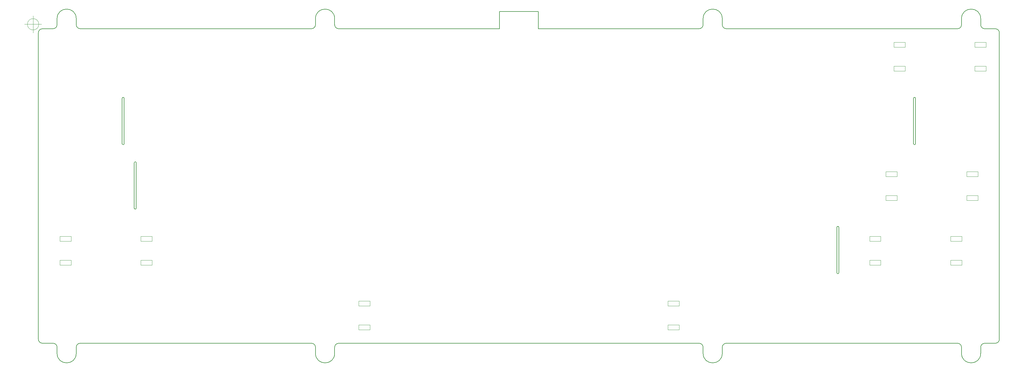
<source format=gbr>
G04 #@! TF.GenerationSoftware,KiCad,Pcbnew,(5.1.5)-3*
G04 #@! TF.CreationDate,2020-11-11T21:52:05+01:00*
G04 #@! TF.ProjectId,keyboard,6b657962-6f61-4726-942e-6b696361645f,rev?*
G04 #@! TF.SameCoordinates,Original*
G04 #@! TF.FileFunction,Profile,NP*
%FSLAX46Y46*%
G04 Gerber Fmt 4.6, Leading zero omitted, Abs format (unit mm)*
G04 Created by KiCad (PCBNEW (5.1.5)-3) date 2020-11-11 21:52:05*
%MOMM*%
%LPD*%
G04 APERTURE LIST*
%ADD10C,0.150000*%
%ADD11C,0.120000*%
%ADD12C,0.100000*%
G04 APERTURE END LIST*
D10*
X278690000Y-96901250D02*
G75*
G02X273052000Y-96901250I-2819000J0D01*
G01*
X202690000Y-96901250D02*
G75*
G02X197052000Y-96901250I-2819000J0D01*
G01*
X88690000Y-96901250D02*
G75*
G02X83052000Y-96901250I-2819000J0D01*
G01*
X12690000Y-96901250D02*
G75*
G02X7052000Y-96901250I-2819000J0D01*
G01*
X7052000Y1661250D02*
G75*
G02X12690000Y1661250I2819000J0D01*
G01*
X83052000Y1661250D02*
G75*
G02X88690000Y1661250I2819000J0D01*
G01*
X197052000Y1661250D02*
G75*
G02X202690000Y1661250I2819000J0D01*
G01*
X273052000Y1661250D02*
G75*
G02X278690000Y1661250I2819000J0D01*
G01*
X81864500Y-93932500D02*
G75*
G02X83052000Y-95120000I0J-1187500D01*
G01*
X12690000Y1661250D02*
X12690000Y-120000D01*
X13877500Y-1307500D02*
G75*
G02X12690000Y-120000I0J1187500D01*
G01*
X135746000Y-1307500D02*
X137160000Y-1307500D01*
X284183500Y-2495000D02*
X284183500Y-92745000D01*
X197052000Y-120000D02*
G75*
G02X195864500Y-1307500I-1187500J0D01*
G01*
X83052000Y-96901250D02*
X83052000Y-95120000D01*
X278690000Y1661250D02*
X278690000Y-120000D01*
X279877500Y-1307500D02*
X282996000Y-1307500D01*
X203877500Y-1307500D02*
X271862500Y-1307500D01*
X279877500Y-1307500D02*
G75*
G02X278690000Y-120000I0J1187500D01*
G01*
X273050000Y-120000D02*
G75*
G02X271862500Y-1307500I-1187500J0D01*
G01*
X149996000Y-1307500D02*
X148590000Y-1310000D01*
X5864500Y-1307500D02*
X2746000Y-1307500D01*
X279877500Y-93932500D02*
X282996000Y-93932500D01*
X1558500Y-2495000D02*
X1558500Y-92745000D01*
X282996000Y-1307500D02*
G75*
G02X284183500Y-2495000I0J-1187500D01*
G01*
X89877500Y-1307500D02*
G75*
G02X88690000Y-120000I0J1187500D01*
G01*
X83052000Y-120000D02*
G75*
G02X81864500Y-1307500I-1187500J0D01*
G01*
X278690000Y-95120000D02*
G75*
G02X279877500Y-93932500I1187500J0D01*
G01*
X137160000Y-120000D02*
X137160000Y3759200D01*
X202690000Y1661250D02*
X202690000Y-120000D01*
X148590000Y3759200D02*
X137160000Y3759200D01*
X195864500Y-93932500D02*
G75*
G02X197052000Y-95120000I0J-1187500D01*
G01*
X135746000Y-1307500D02*
X89877500Y-1307500D01*
X195864500Y-93932500D02*
X89877500Y-93932500D01*
X202690000Y-95120000D02*
G75*
G02X203877500Y-93932500I1187500J0D01*
G01*
X202690000Y-96901250D02*
X202690000Y-95120000D01*
X271862500Y-93932500D02*
G75*
G02X273050000Y-95120000I0J-1187500D01*
G01*
X197052000Y1661250D02*
X197052000Y-120000D01*
X88690000Y-95120000D02*
G75*
G02X89877500Y-93932500I1187500J0D01*
G01*
X195864500Y-1307500D02*
X149996000Y-1307500D01*
X13877500Y-93932500D02*
X81864500Y-93932500D01*
X197052000Y-96901250D02*
X197052000Y-95120000D01*
X88690000Y1661250D02*
X88690000Y-120000D01*
X12690000Y-96901250D02*
X12690000Y-95120000D01*
X7052000Y-96901250D02*
X7052000Y-95120000D01*
X273050000Y-96901250D02*
X273050000Y-95120000D01*
X83052000Y1661250D02*
X83052000Y-120000D01*
X284183500Y-92745000D02*
G75*
G02X282996000Y-93932500I-1187500J0D01*
G01*
X137160000Y-1307500D02*
X137160000Y-120000D01*
X1558500Y-2495000D02*
G75*
G02X2746000Y-1307500I1187500J0D01*
G01*
X203877500Y-1307500D02*
G75*
G02X202690000Y-120000I0J1187500D01*
G01*
X88690000Y-96901250D02*
X88690000Y-95120000D01*
X278690000Y-96901250D02*
X278690000Y-95120000D01*
X273050000Y1661250D02*
X273050000Y-120000D01*
X7052000Y1661250D02*
X7052000Y-120000D01*
X148590000Y-1310000D02*
X148590000Y-83300D01*
X81864500Y-1307500D02*
X13877500Y-1307500D01*
X203877500Y-93932500D02*
X271862500Y-93932500D01*
X5864500Y-93932500D02*
G75*
G02X7052000Y-95120000I0J-1187500D01*
G01*
X7052000Y-120000D02*
G75*
G02X5864500Y-1307500I-1187500J0D01*
G01*
X2746000Y-93932500D02*
G75*
G02X1558500Y-92745000I0J1187500D01*
G01*
X5864500Y-93932500D02*
X2746000Y-93932500D01*
X12690000Y-95120000D02*
G75*
G02X13877500Y-93932500I1187500J0D01*
G01*
X148590000Y3759200D02*
X148590000Y-83300D01*
D11*
X1666666Y0D02*
G75*
G03X1666666Y0I-1666666J0D01*
G01*
X-2500000Y0D02*
X2500000Y0D01*
X0Y2500000D02*
X0Y-2500000D01*
D12*
X189975000Y-81485000D02*
X189975000Y-82915000D01*
X186675000Y-81485000D02*
X186675000Y-82915000D01*
X189975000Y-89955000D02*
X189975000Y-88525000D01*
X186675000Y-89955000D02*
X186675000Y-88525000D01*
X186675000Y-89955000D02*
X189975000Y-89955000D01*
X186675000Y-88525000D02*
X189975000Y-88525000D01*
X186675000Y-82915000D02*
X189975000Y-82915000D01*
X186675000Y-81485000D02*
X189975000Y-81485000D01*
X99075000Y-89955000D02*
X99075000Y-88525000D01*
X95775000Y-89955000D02*
X95775000Y-88525000D01*
X99075000Y-88525000D02*
X95775000Y-88525000D01*
X99075000Y-89955000D02*
X95775000Y-89955000D01*
X99075000Y-82915000D02*
X95775000Y-82915000D01*
X95775000Y-81485000D02*
X95775000Y-82915000D01*
X99075000Y-81485000D02*
X99075000Y-82915000D01*
X99075000Y-81485000D02*
X95775000Y-81485000D01*
X280250000Y-5285000D02*
X280250000Y-6715000D01*
X276950000Y-5285000D02*
X276950000Y-6715000D01*
X280250000Y-13755000D02*
X280250000Y-12325000D01*
X276950000Y-13755000D02*
X276950000Y-12325000D01*
X276950000Y-13755000D02*
X280250000Y-13755000D01*
X276950000Y-12325000D02*
X280250000Y-12325000D01*
X276950000Y-6715000D02*
X280250000Y-6715000D01*
X276950000Y-5285000D02*
X280250000Y-5285000D01*
X256450000Y-13765000D02*
X256450000Y-12335000D01*
X253150000Y-13765000D02*
X253150000Y-12335000D01*
X256450000Y-12335000D02*
X253150000Y-12335000D01*
X256450000Y-13765000D02*
X253150000Y-13765000D01*
X256450000Y-6715000D02*
X253150000Y-6715000D01*
X253150000Y-5285000D02*
X253150000Y-6715000D01*
X256450000Y-5285000D02*
X256450000Y-6715000D01*
X256450000Y-5285000D02*
X253150000Y-5285000D01*
D10*
X259542875Y-35151250D02*
G75*
G02X258949125Y-35151250I-296875J0D01*
G01*
X258949125Y-21791875D02*
G75*
G02X259542875Y-21791875I296875J0D01*
G01*
X259542875Y-21791875D02*
X259542875Y-35151250D01*
X258949125Y-35151250D02*
X258949125Y-21791875D01*
X30355375Y-54151250D02*
G75*
G02X29761625Y-54151250I-296875J0D01*
G01*
X29761625Y-40791875D02*
G75*
G02X30355375Y-40791875I296875J0D01*
G01*
X30355375Y-40791875D02*
X30355375Y-54151250D01*
X29761625Y-54151250D02*
X29761625Y-40791875D01*
X26792875Y-35151250D02*
G75*
G02X26199125Y-35151250I-296875J0D01*
G01*
X26199125Y-21791875D02*
G75*
G02X26792875Y-21791875I296875J0D01*
G01*
X26792875Y-21791875D02*
X26792875Y-35151250D01*
X26199125Y-35151250D02*
X26199125Y-21791875D01*
X236980375Y-73151250D02*
G75*
G02X236386625Y-73151250I-296875J0D01*
G01*
X236386625Y-59791875D02*
G75*
G02X236980375Y-59791875I296875J0D01*
G01*
X236980375Y-59791875D02*
X236980375Y-73151250D01*
X236386625Y-73151250D02*
X236386625Y-59791875D01*
D12*
X34981250Y-62435000D02*
X34981250Y-63865000D01*
X31681250Y-62435000D02*
X31681250Y-63865000D01*
X34981250Y-70905000D02*
X34981250Y-69475000D01*
X31681250Y-70905000D02*
X31681250Y-69475000D01*
X31681250Y-70905000D02*
X34981250Y-70905000D01*
X31681250Y-69475000D02*
X34981250Y-69475000D01*
X31681250Y-63865000D02*
X34981250Y-63865000D01*
X31681250Y-62435000D02*
X34981250Y-62435000D01*
X11181250Y-70915000D02*
X11181250Y-69485000D01*
X7881250Y-70915000D02*
X7881250Y-69485000D01*
X11181250Y-69485000D02*
X7881250Y-69485000D01*
X11181250Y-70915000D02*
X7881250Y-70915000D01*
X11181250Y-63865000D02*
X7881250Y-63865000D01*
X7881250Y-62435000D02*
X7881250Y-63865000D01*
X11181250Y-62435000D02*
X11181250Y-63865000D01*
X11181250Y-62435000D02*
X7881250Y-62435000D01*
X273106250Y-62435000D02*
X273106250Y-63865000D01*
X269806250Y-62435000D02*
X269806250Y-63865000D01*
X273106250Y-70905000D02*
X273106250Y-69475000D01*
X269806250Y-70905000D02*
X269806250Y-69475000D01*
X269806250Y-70905000D02*
X273106250Y-70905000D01*
X269806250Y-69475000D02*
X273106250Y-69475000D01*
X269806250Y-63865000D02*
X273106250Y-63865000D01*
X269806250Y-62435000D02*
X273106250Y-62435000D01*
X249306250Y-70915000D02*
X249306250Y-69485000D01*
X246006250Y-70915000D02*
X246006250Y-69485000D01*
X249306250Y-69485000D02*
X246006250Y-69485000D01*
X249306250Y-70915000D02*
X246006250Y-70915000D01*
X249306250Y-63865000D02*
X246006250Y-63865000D01*
X246006250Y-62435000D02*
X246006250Y-63865000D01*
X249306250Y-62435000D02*
X249306250Y-63865000D01*
X249306250Y-62435000D02*
X246006250Y-62435000D01*
X277868750Y-43385000D02*
X277868750Y-44815000D01*
X274568750Y-43385000D02*
X274568750Y-44815000D01*
X277868750Y-51855000D02*
X277868750Y-50425000D01*
X274568750Y-51855000D02*
X274568750Y-50425000D01*
X274568750Y-51855000D02*
X277868750Y-51855000D01*
X274568750Y-50425000D02*
X277868750Y-50425000D01*
X274568750Y-44815000D02*
X277868750Y-44815000D01*
X274568750Y-43385000D02*
X277868750Y-43385000D01*
X254068750Y-51865000D02*
X254068750Y-50435000D01*
X250768750Y-51865000D02*
X250768750Y-50435000D01*
X254068750Y-50435000D02*
X250768750Y-50435000D01*
X254068750Y-51865000D02*
X250768750Y-51865000D01*
X254068750Y-44815000D02*
X250768750Y-44815000D01*
X250768750Y-43385000D02*
X250768750Y-44815000D01*
X254068750Y-43385000D02*
X254068750Y-44815000D01*
X254068750Y-43385000D02*
X250768750Y-43385000D01*
M02*

</source>
